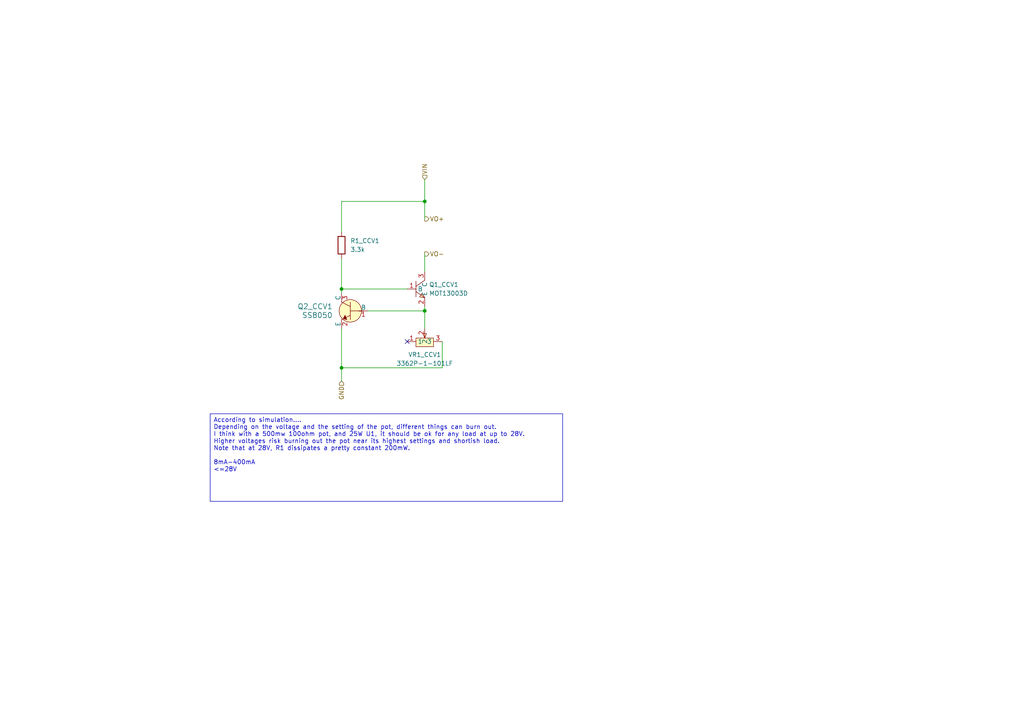
<source format=kicad_sch>
(kicad_sch (version 20231120) (generator "eeschema") (generator_version "8.0")
  (paper "A4")
  (lib_symbols
    (symbol "Device:R" (pin_numbers hide) (pin_names (offset 0))
      (property "Reference" "R" (at 2.032 0 90))
      (property "Value" "R" (at 0 0 90))
      (symbol "R_0_1"
        (rectangle (start -1.016 -2.54) (end 1.016 2.54) (stroke (width 0.254)))
      )
      (symbol "R_1_1"
        (pin passive line (at 0 3.81 270) (length 1.27) (name "~") (number "1"))
        (pin passive line (at 0 -3.81 90) (length 1.27) (name "~") (number "2"))
      )
    )
    (symbol "dk_Transistors-Bipolar-BJT-Single:MMSS8050-H-TP" (pin_names (offset 0))
      (property "Reference" "Q" (at -3.2004 4.2164 0))
      (property "Value" "MMSS8050-H-TP" (at 5.2324 0 90))
      (symbol "MMSS8050-H-TP_0_1"
        (polyline (pts (xy -3.81 0) (xy -2.54 0)))
        (polyline (pts (xy -3.556 0) (xy 0 0)))
        (polyline (pts (xy 0 -1.27) (xy 2.54 -2.54)))
        (polyline (pts (xy 0 1.27) (xy 2.54 2.54)))
        (polyline (pts (xy 0 2.54) (xy 0 -2.54)))
        (polyline (pts (xy 1.524 -1.27) (xy 2.032 -2.286) (xy 1.016 -2.54) (xy 1.524 -1.27)) (fill (type outline)))
        (circle (center 0 0) (radius 3.2512) (fill (type background)))
      )
      (symbol "MMSS8050-H-TP_1_1"
        (pin input line (at -5.08 0 0) (length 2.54) (name "B") (number "1"))
        (pin passive line (at 2.54 -5.08 90) (length 2.54) (name "E") (number "2"))
        (pin passive line (at 2.54 5.08 270) (length 2.54) (name "C") (number "3"))
      )
    )
    (symbol "easyeda2kicad:3362P-1-101LF"
      (property "Reference" "R" (at 0 10.16 0))
      (property "Value" "3362P-1-101LF" (at 0 -10.16 0))
      (symbol "3362P-1-101LF_0_1"
        (polyline (pts (xy -0.25 0) (xy -1.52 0)))
        (polyline (pts (xy 0.25 0) (xy -1.02 -0.51) (xy -1.02 0.51) (xy 0.25 0)) (fill (type background)))
        (polyline (pts (xy 0.25 -2.54) (xy 0.25 2.54) (xy 2.79 2.54) (xy 2.79 -2.54) (xy 0.25 -2.54)) (fill (type background)))
        (pin input line (at 1.27 5.08 270) (length 2.54) (name "1") (number "1"))
        (pin input line (at -2.54 0 0) (length 2.54) (name "2") (number "2"))
        (pin input line (at 1.27 -5.08 90) (length 2.54) (name "3") (number "3"))
      )
    )
    (symbol "easyeda2kicad:MOT13003D"
      (property "Reference" "U" (at 0 10.16 0))
      (property "Value" "MOT13003D" (at 0 -10.16 0))
      (symbol "MOT13003D_0_1"
        (polyline (pts (xy -2.54 -0.76) (xy 0 -2.54)))
        (polyline (pts (xy -2.54 2.29) (xy -2.54 -2.29)))
        (polyline (pts (xy 0 2.54) (xy -2.54 0.76)))
        (polyline (pts (xy 0 -2.54) (xy -1.52 -2.29) (xy -0.76 -1.27) (xy 0 -2.54)) (fill (type background)))
        (pin unspecified line (at -5.08 0 0) (length 2.54) (name "B") (number "1"))
        (pin unspecified line (at 0 -5.08 90) (length 2.54) (name "E") (number "2"))
        (pin unspecified line (at 0 5.08 270) (length 2.54) (name "C") (number "3"))
      )
    )
  )
  (junction (at 123.19 90.17))
  (junction (at 123.19 58.42))
  (junction (at 99.06 106.68))
  (junction (at 99.06 83.82))
  (no_connect (at 118.11 99.06))
  (wire (pts (xy 99.06 67.31) (xy 99.06 58.42)))
  (wire (pts (xy 99.06 58.42) (xy 123.19 58.42)))
  (wire (pts (xy 99.06 106.68) (xy 99.06 110.49)))
  (wire (pts (xy 123.19 58.42) (xy 123.19 63.5)))
  (wire (pts (xy 123.19 73.66) (xy 123.19 78.74)))
  (wire (pts (xy 123.19 52.07) (xy 123.19 58.42)))
  (wire (pts (xy 99.06 83.82) (xy 99.06 85.09)))
  (wire (pts (xy 99.06 83.82) (xy 118.11 83.82)))
  (wire (pts (xy 99.06 74.93) (xy 99.06 83.82)))
  (wire (pts (xy 128.27 99.06) (xy 128.27 106.68)))
  (wire (pts (xy 99.06 106.68) (xy 128.27 106.68)))
  (wire (pts (xy 123.19 90.17) (xy 123.19 95.25)))
  (wire (pts (xy 106.68 90.17) (xy 123.19 90.17)))
  (wire (pts (xy 99.06 95.25) (xy 99.06 106.68)))
  (wire (pts (xy 123.19 88.9) (xy 123.19 90.17)))
  (text_box "According to simulation....\nDepending on the voltage and the setting of the pot, different things can burn out.\nI think with a 500mw 100ohm pot, and 25W U1, it should be ok for any load at up to 28V.\nHigher voltages risk burning out the pot near its highest settings and shortish load.\nNote that at 28V, R1 dissipates a pretty constant 200mW.\n\n8mA-400mA\n<=28V" (at 60.96 120.015 0) (size 102.235 25.4) (effects (font (size 1.27 1.27)) (justify left top)))
  (hierarchical_label "VO+" (shape output) (at 123.19 63.5 0))
  (hierarchical_label "VO-" (shape output) (at 123.19 73.66 0))
  (hierarchical_label "VIN" (shape input) (at 123.19 52.07 90))
  (hierarchical_label "GND" (shape input) (at 99.06 110.49 270))
  (symbol (lib_id "dk_Transistors-Bipolar-BJT-Single:MMSS8050-H-TP") (at 101.6 90.17 0) (mirror y) (unit 1)
    (property "Reference" "Q2_CCV1" (at 96.52 88.8999 0) (effects (font (size 1.524 1.524)) (justify left)))
    (property "Value" "SS8050" (at 96.52 91.4399 0) (effects (font (size 1.524 1.524)) (justify left)))
    (property "Footprint" "digikey-footprints:SOT-23-3" (effects (hide yes)))
    (property "Datasheet" "https://www.mccsemi.com/pdf/Products/MMSS8050(SOT-23).pdf" (effects (hide yes)))
    (property "Description" "25V 300mW 200@100mA,1V 1.5A NPN SOT-23  Bipolar Transistors - BJT ROHS" (effects (hide yes)))
    (property "MFR" "SS8050(RANGE:200-350)" (effects (hide yes)))
    (property "LCSC" "C2150" (effects (hide yes)))
    (property "URL" "https://jlcpcb.com/partdetail/2507-SS8050_RANGE_200_350/C2150" (effects (hide yes)))
  )
  (symbol (lib_id "Device:R") (at 99.06 71.12 0) (unit 1)
    (property "Reference" "R1_CCV1" (at 101.6 69.8499 0) (effects (justify left)))
    (property "Value" "3.3k" (at 101.6 72.3899 0) (effects (justify left)))
    (property "Footprint" "Resistor_SMD:R_0805_2012Metric" (effects (hide yes)))
    (property "Description" "500mW Thick Film Resistors ±100ppm/℃ ±1% 3.3kΩ 0805  Chip Resistor - Surface Mount ROHS" (effects (hide yes)))
    (property "MFR" "ERJP06F3301V" (effects (hide yes)))
    (property "LCSC" "C441983" (effects (hide yes)))
    (property "URL" "https://jlcpcb.com/partdetail/Panasonic-ERJP06F3301V/C441983" (effects (hide yes)))
  )
  (symbol (lib_id "easyeda2kicad:MOT13003D") (at 123.19 83.82 0) (unit 1)
    (property "Reference" "Q1_CCV1" (at 124.46 82.5499 0) (effects (justify left)))
    (property "Value" "MOT13003D" (at 124.46 85.0899 0) (effects (justify left)))
    (property "Footprint" "easyeda2kicad:TO-252-3_L6.5-W5.9-P4.60-LS10.0-BL" (effects (hide yes)))
    (property "Description" "400V 25W 32@400mA,5V 1.5A NPN TO-252  Bipolar Transistors - BJT ROHS" (effects (hide yes)))
    (property "MFR" "MOT13003D" (effects (hide yes)))
    (property "LCSC" "C5143121" (effects (hide yes)))
    (property "URL" "https://jlcpcb.com/partdetail/Mot-MOT13003D/C5143121" (effects (hide yes)))
  )
  (symbol (lib_id "easyeda2kicad:3362P-1-101LF") (at 123.19 97.79 90) (mirror x) (unit 1)
    (property "Reference" "VR1_CCV1" (at 123.19 102.87 90))
    (property "Value" "3362P-1-101LF" (at 123.19 105.41 90))
    (property "Footprint" "easyeda2kicad:RES-ADJ-TH_3362P-1-104LF" (effects (hide yes)))
    (property "Datasheet" "https://lcsc.com/product-detail/Precision-Potentiometer_BOURNS_3362P-1-101LF_100R_C81265.html" (effects (hide yes)))
    (property "Description" "±10% ±100ppm/℃ 500mW 100Ω Plugin  Variable Resistors/Potentiometers ROHS" (effects (hide yes)))
    (property "MFR" "3362P-1-101LF" (effects (hide yes)))
    (property "LCSC" "C81265" (effects (hide yes)))
    (property "URL" "https://jlcpcb.com/partdetail/Bourns-3362P_1101LF/C81265" (effects (hide yes)))
  )
)
</source>
